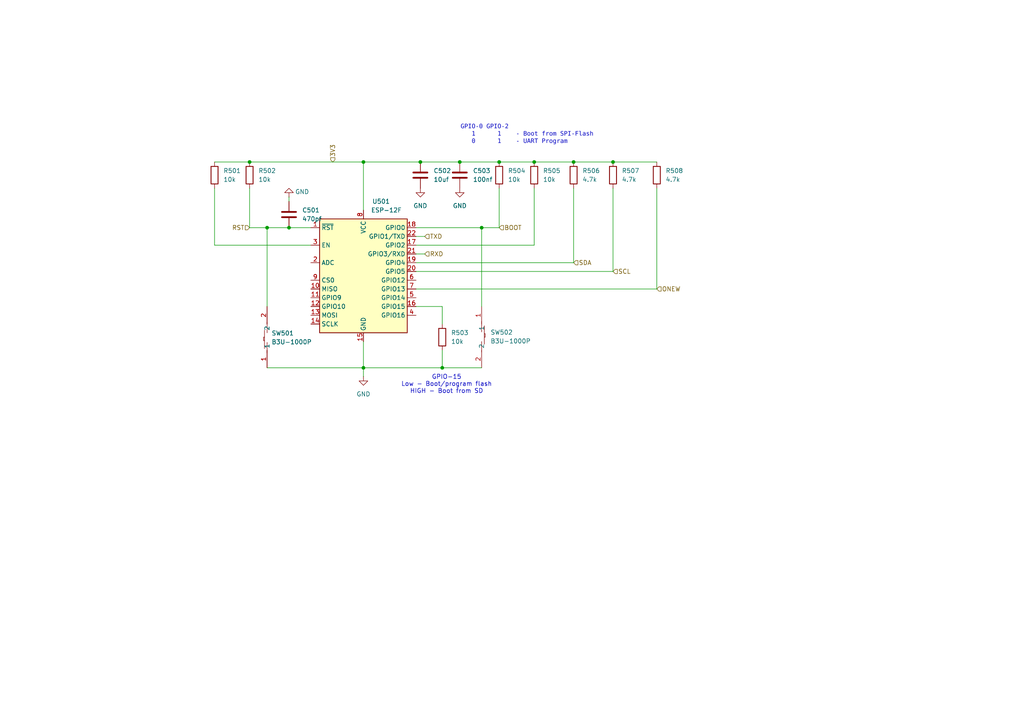
<source format=kicad_sch>
(kicad_sch (version 20231120) (generator "eeschema") (generator_version "8.0")
  (paper "A4")
  (lib_symbols
    (symbol "Device:C" (pin_numbers hide) (pin_names (offset 0.254))
      (property "Reference" "C" (at 0.635 2.54 0))
      (property "Value" "C" (at 0.635 -2.54 0))
      (symbol "C_0_1"
        (polyline (pts (xy -2.032 -0.762) (xy 2.032 -0.762)) (stroke (width 0.508)))
        (polyline (pts (xy -2.032 0.762) (xy 2.032 0.762)) (stroke (width 0.508)))
      )
      (symbol "C_1_1"
        (pin passive line (at 0 3.81 270) (length 2.794) (name "~") (number "1"))
        (pin passive line (at 0 -3.81 90) (length 2.794) (name "~") (number "2"))
      )
    )
    (symbol "Device:R" (pin_numbers hide) (pin_names (offset 0))
      (property "Reference" "R" (at 2.032 0 90))
      (property "Value" "R" (at 0 0 90))
      (symbol "R_0_1"
        (rectangle (start -1.016 -2.54) (end 1.016 2.54) (stroke (width 0.254)))
      )
      (symbol "R_1_1"
        (pin passive line (at 0 3.81 270) (length 1.27) (name "~") (number "1"))
        (pin passive line (at 0 -3.81 90) (length 1.27) (name "~") (number "2"))
      )
    )
    (symbol "RF_Module:ESP-12F"
      (property "Reference" "U" (at -12.7 19.05 0))
      (property "Value" "ESP-12F" (at 12.7 19.05 0))
      (symbol "ESP-12F_0_1"
        (rectangle (start -12.7 17.78) (end 12.7 -15.24) (stroke (width 0.254)) (fill (type background)))
      )
      (symbol "ESP-12F_1_1"
        (pin input line (at -15.24 15.24 0) (length 2.54) (name "~{RST}") (number "1"))
        (pin bidirectional line (at -15.24 -2.54 0) (length 2.54) (name "MISO") (number "10"))
        (pin bidirectional line (at -15.24 -5.08 0) (length 2.54) (name "GPIO9") (number "11"))
        (pin bidirectional line (at -15.24 -7.62 0) (length 2.54) (name "GPIO10") (number "12"))
        (pin bidirectional line (at -15.24 -10.16 0) (length 2.54) (name "MOSI") (number "13"))
        (pin bidirectional line (at -15.24 -12.7 0) (length 2.54) (name "SCLK") (number "14"))
        (pin power_in line (at 0 -17.78 90) (length 2.54) (name "GND") (number "15"))
        (pin bidirectional line (at 15.24 -7.62 180) (length 2.54) (name "GPIO15") (number "16"))
        (pin bidirectional line (at 15.24 10.16 180) (length 2.54) (name "GPIO2") (number "17"))
        (pin bidirectional line (at 15.24 15.24 180) (length 2.54) (name "GPIO0") (number "18"))
        (pin bidirectional line (at 15.24 5.08 180) (length 2.54) (name "GPIO4") (number "19"))
        (pin input line (at -15.24 5.08 0) (length 2.54) (name "ADC") (number "2"))
        (pin bidirectional line (at 15.24 2.54 180) (length 2.54) (name "GPIO5") (number "20"))
        (pin bidirectional line (at 15.24 7.62 180) (length 2.54) (name "GPIO3/RXD") (number "21"))
        (pin bidirectional line (at 15.24 12.7 180) (length 2.54) (name "GPIO1/TXD") (number "22"))
        (pin input line (at -15.24 10.16 0) (length 2.54) (name "EN") (number "3"))
        (pin bidirectional line (at 15.24 -10.16 180) (length 2.54) (name "GPIO16") (number "4"))
        (pin bidirectional line (at 15.24 -5.08 180) (length 2.54) (name "GPIO14") (number "5"))
        (pin bidirectional line (at 15.24 0 180) (length 2.54) (name "GPIO12") (number "6"))
        (pin bidirectional line (at 15.24 -2.54 180) (length 2.54) (name "GPIO13") (number "7"))
        (pin power_in line (at 0 20.32 270) (length 2.54) (name "VCC") (number "8"))
        (pin input line (at -15.24 0 0) (length 2.54) (name "CS0") (number "9"))
      )
    )
    (symbol "easyeda2kicad:B3U-1000P"
      (property "Reference" "SW" (at 0 5.08 0))
      (property "Value" "B3U-1000P" (at 0 -5.08 0))
      (symbol "B3U-1000P_0_1"
        (polyline (pts (xy -5.84 0) (xy -2.79 0)))
        (polyline (pts (xy -4.57 0.76) (xy 0.76 0.76)))
        (polyline (pts (xy 0 0) (xy 3.05 0)))
        (polyline (pts (xy -2.29 0.76) (xy -2.29 1.02) (xy -1.27 1.02) (xy -1.27 0.76)))
        (pin unspecified line (at -10.16 0 0) (length 5.08) (name "1") (number "1"))
        (pin unspecified line (at 7.62 0 180) (length 5.08) (name "2") (number "2"))
      )
    )
    (symbol "power:GND" (power) (pin_numbers hide) (pin_names (offset 0) hide)
      (property "Value" "GND" (at 0 -3.81 0))
      (symbol "GND_0_1"
        (polyline (pts (xy 0 0) (xy 0 -1.27) (xy 1.27 -1.27) (xy 0 -2.54) (xy -1.27 -1.27) (xy 0 -1.27)))
      )
      (symbol "GND_1_1"
        (pin power_in line (at 0 0 270) (length 0) (name "~") (number "1"))
      )
    )
  )
  (junction (at 144.78 46.99))
  (junction (at 83.82 66.04))
  (junction (at 133.35 46.99))
  (junction (at 72.39 46.99))
  (junction (at 166.37 46.99))
  (junction (at 139.7 66.04))
  (junction (at 77.47 66.04))
  (junction (at 105.41 46.99))
  (junction (at 121.92 46.99))
  (junction (at 105.41 106.68))
  (junction (at 154.94 46.99))
  (junction (at 177.8 46.99))
  (junction (at 128.27 106.68))
  (wire (pts (xy 120.65 73.66) (xy 123.19 73.66)))
  (wire (pts (xy 177.8 78.74) (xy 120.65 78.74)))
  (wire (pts (xy 190.5 83.82) (xy 120.65 83.82)))
  (wire (pts (xy 72.39 46.99) (xy 105.41 46.99)))
  (wire (pts (xy 105.41 46.99) (xy 121.92 46.99)))
  (wire (pts (xy 120.65 76.2) (xy 166.37 76.2)))
  (wire (pts (xy 77.47 106.68) (xy 105.41 106.68)))
  (wire (pts (xy 62.23 71.12) (xy 90.17 71.12)))
  (wire (pts (xy 83.82 57.15) (xy 83.82 58.42)))
  (wire (pts (xy 166.37 46.99) (xy 177.8 46.99)))
  (wire (pts (xy 83.82 66.04) (xy 90.17 66.04)))
  (wire (pts (xy 128.27 106.68) (xy 139.7 106.68)))
  (wire (pts (xy 154.94 71.12) (xy 120.65 71.12)))
  (wire (pts (xy 133.35 46.99) (xy 144.78 46.99)))
  (wire (pts (xy 190.5 54.61) (xy 190.5 83.82)))
  (wire (pts (xy 177.8 54.61) (xy 177.8 78.74)))
  (wire (pts (xy 144.78 46.99) (xy 154.94 46.99)))
  (wire (pts (xy 166.37 76.2) (xy 166.37 54.61)))
  (wire (pts (xy 154.94 46.99) (xy 166.37 46.99)))
  (wire (pts (xy 72.39 66.04) (xy 77.47 66.04)))
  (wire (pts (xy 154.94 54.61) (xy 154.94 71.12)))
  (wire (pts (xy 105.41 106.68) (xy 105.41 99.06)))
  (wire (pts (xy 105.41 109.22) (xy 105.41 106.68)))
  (wire (pts (xy 62.23 54.61) (xy 62.23 71.12)))
  (wire (pts (xy 128.27 101.6) (xy 128.27 106.68)))
  (wire (pts (xy 177.8 46.99) (xy 190.5 46.99)))
  (wire (pts (xy 77.47 66.04) (xy 83.82 66.04)))
  (wire (pts (xy 105.41 46.99) (xy 105.41 60.96)))
  (wire (pts (xy 123.19 68.58) (xy 120.65 68.58)))
  (wire (pts (xy 128.27 93.98) (xy 128.27 88.9)))
  (wire (pts (xy 105.41 106.68) (xy 128.27 106.68)))
  (wire (pts (xy 77.47 66.04) (xy 77.47 88.9)))
  (wire (pts (xy 121.92 46.99) (xy 133.35 46.99)))
  (wire (pts (xy 62.23 46.99) (xy 72.39 46.99)))
  (wire (pts (xy 128.27 88.9) (xy 120.65 88.9)))
  (wire (pts (xy 72.39 54.61) (xy 72.39 66.04)))
  (wire (pts (xy 144.78 54.61) (xy 144.78 66.04)))
  (wire (pts (xy 139.7 66.04) (xy 139.7 88.9)))
  (wire (pts (xy 139.7 66.04) (xy 120.65 66.04)))
  (wire (pts (xy 144.78 66.04) (xy 139.7 66.04)))
  (text "GPIO-15\nLow - Boot/program flash\nHIGH - Boot from SD" (at 129.54 111.506 0) (effects (font (size 1.27 1.27))))
  (text "GPIO-0 GPIO-2\n   1      1    - Boot from SPI-Flash\n   0      1    - UART Program" (at 133.604 39.37 0) (effects (font (size 1.27 1.27)) (justify left)))
  (hierarchical_label "TXD" (shape input) (at 123.19 68.58 0))
  (hierarchical_label "BOOT" (shape input) (at 144.78 66.04 0))
  (hierarchical_label "ONEW" (shape input) (at 190.5 83.82 0))
  (hierarchical_label "RXD" (shape input) (at 123.19 73.66 0))
  (hierarchical_label "RST" (shape input) (at 72.39 66.04 180))
  (hierarchical_label "3V3" (shape input) (at 96.52 46.99 90))
  (hierarchical_label "SDA" (shape input) (at 166.37 76.2 0))
  (hierarchical_label "SCL" (shape input) (at 177.8 78.74 0))
  (symbol (lib_id "Device:C") (at 83.82 62.23 0) (unit 1)
    (property "Reference" "C501" (at 87.63 60.9599 0) (effects (justify left)))
    (property "Value" "470pf" (at 87.63 63.4999 0) (effects (justify left)))
    (property "Footprint" "Capacitor_SMD:C_0603_1608Metric" (effects (hide yes)))
    (property "Description" "Unpolarized capacitor" (effects (hide yes)))
  )
  (symbol (lib_id "easyeda2kicad:B3U-1000P") (at 139.7 99.06 270) (unit 1)
    (property "Reference" "SW502" (at 142.24 96.3949 90) (effects (justify left)))
    (property "Value" "B3U-1000P" (at 142.24 98.9349 90) (effects (justify left)))
    (property "Footprint" "easyeda2kicad:KEY-SMD_B3U-1000PM" (effects (hide yes)))
    (property "Datasheet" "https://lcsc.com/product-detail/Others_Omron-Electronics_B3U-1000P_Omron-Electronics-B3U-1000P_C231329.html" (effects (hide yes)))
    (property "LCSC Part" "C231329" (effects (hide yes)))
  )
  (symbol (lib_id "Device:R") (at 166.37 50.8 0) (unit 1)
    (property "Reference" "R506" (at 168.91 49.5299 0) (effects (justify left)))
    (property "Value" "4.7k" (at 168.91 52.0699 0) (effects (justify left)))
    (property "Footprint" "Resistor_SMD:R_0603_1608Metric" (effects (hide yes)))
    (property "Description" "Resistor" (effects (hide yes)))
  )
  (symbol (lib_id "Device:R") (at 128.27 97.79 0) (unit 1)
    (property "Reference" "R503" (at 130.81 96.5199 0) (effects (justify left)))
    (property "Value" "10k" (at 130.81 99.0599 0) (effects (justify left)))
    (property "Footprint" "Resistor_SMD:R_0603_1608Metric" (effects (hide yes)))
    (property "Description" "Resistor" (effects (hide yes)))
  )
  (symbol (lib_id "power:GND") (at 133.35 54.61 0) (unit 1)
    (property "Reference" "#PWR0504" (effects (hide yes)))
    (property "Value" "GND" (at 133.35 59.69 0))
    (property "Description" "Power symbol creates a global label with name \"GND\" , ground" (effects (hide yes)))
  )
  (symbol (lib_id "power:GND") (at 121.92 54.61 0) (unit 1)
    (property "Reference" "#PWR0503" (effects (hide yes)))
    (property "Value" "GND" (at 121.92 59.69 0))
    (property "Description" "Power symbol creates a global label with name \"GND\" , ground" (effects (hide yes)))
  )
  (symbol (lib_id "Device:R") (at 154.94 50.8 0) (unit 1)
    (property "Reference" "R505" (at 157.48 49.5299 0) (effects (justify left)))
    (property "Value" "10k" (at 157.48 52.0699 0) (effects (justify left)))
    (property "Footprint" "Resistor_SMD:R_0603_1608Metric" (effects (hide yes)))
    (property "Description" "Resistor" (effects (hide yes)))
  )
  (symbol (lib_id "Device:R") (at 62.23 50.8 0) (unit 1)
    (property "Reference" "R501" (at 64.77 49.5299 0) (effects (justify left)))
    (property "Value" "10k" (at 64.77 52.0699 0) (effects (justify left)))
    (property "Footprint" "Resistor_SMD:R_0603_1608Metric" (effects (hide yes)))
    (property "Description" "Resistor" (effects (hide yes)))
  )
  (symbol (lib_id "Device:C") (at 121.92 50.8 0) (unit 1)
    (property "Reference" "C502" (at 125.73 49.5299 0) (effects (justify left)))
    (property "Value" "10uf" (at 125.73 52.0699 0) (effects (justify left)))
    (property "Footprint" "Capacitor_SMD:C_0603_1608Metric" (effects (hide yes)))
    (property "Description" "Unpolarized capacitor" (effects (hide yes)))
  )
  (symbol (lib_id "Device:C") (at 133.35 50.8 0) (unit 1)
    (property "Reference" "C503" (at 137.16 49.5299 0) (effects (justify left)))
    (property "Value" "100nf" (at 137.16 52.0699 0) (effects (justify left)))
    (property "Footprint" "Capacitor_SMD:C_0603_1608Metric" (effects (hide yes)))
    (property "Description" "Unpolarized capacitor" (effects (hide yes)))
  )
  (symbol (lib_id "easyeda2kicad:B3U-1000P") (at 77.47 96.52 90) (unit 1)
    (property "Reference" "SW501" (at 78.74 96.6449 90) (effects (justify right)))
    (property "Value" "B3U-1000P" (at 78.74 99.1849 90) (effects (justify right)))
    (property "Footprint" "easyeda2kicad:KEY-SMD_B3U-1000PM" (effects (hide yes)))
    (property "Datasheet" "https://lcsc.com/product-detail/Others_Omron-Electronics_B3U-1000P_Omron-Electronics-B3U-1000P_C231329.html" (effects (hide yes)))
    (property "LCSC Part" "C231329" (effects (hide yes)))
  )
  (symbol (lib_id "Device:R") (at 72.39 50.8 0) (unit 1)
    (property "Reference" "R502" (at 74.93 49.5299 0) (effects (justify left)))
    (property "Value" "10k" (at 74.93 52.0699 0) (effects (justify left)))
    (property "Footprint" "Resistor_SMD:R_0603_1608Metric" (effects (hide yes)))
    (property "Description" "Resistor" (effects (hide yes)))
  )
  (symbol (lib_id "power:GND") (at 105.41 109.22 0) (unit 1)
    (property "Reference" "#PWR0502" (effects (hide yes)))
    (property "Value" "GND" (at 105.41 114.3 0))
    (property "Description" "Power symbol creates a global label with name \"GND\" , ground" (effects (hide yes)))
  )
  (symbol (lib_id "Device:R") (at 144.78 50.8 0) (unit 1)
    (property "Reference" "R504" (at 147.32 49.5299 0) (effects (justify left)))
    (property "Value" "10k" (at 147.32 52.0699 0) (effects (justify left)))
    (property "Footprint" "Resistor_SMD:R_0603_1608Metric" (effects (hide yes)))
    (property "Description" "Resistor" (effects (hide yes)))
  )
  (symbol (lib_id "RF_Module:ESP-12F") (at 105.41 81.28 0) (unit 1)
    (property "Reference" "U501" (at 107.95 58.42 0) (effects (justify left)))
    (property "Value" "ESP-12F" (at 107.6041 60.96 0) (effects (justify left)))
    (property "Footprint" "RF_Module:ESP-12E" (effects (hide yes)))
    (property "Datasheet" "http://wiki.ai-thinker.com/_media/esp8266/esp8266_series_modules_user_manual_v1.1.pdf" (effects (hide yes)))
    (property "Description" "802.11 b/g/n Wi-Fi Module" (effects (hide yes)))
  )
  (symbol (lib_id "Device:R") (at 177.8 50.8 0) (unit 1)
    (property "Reference" "R507" (at 180.34 49.5299 0) (effects (justify left)))
    (property "Value" "4.7k" (at 180.34 52.0699 0) (effects (justify left)))
    (property "Footprint" "Resistor_SMD:R_0603_1608Metric" (effects (hide yes)))
    (property "Description" "Resistor" (effects (hide yes)))
  )
  (symbol (lib_id "power:GND") (at 83.82 57.15 180) (unit 1)
    (property "Reference" "#PWR0501" (effects (hide yes)))
    (property "Value" "GND" (at 87.63 55.626 0))
    (property "Description" "Power symbol creates a global label with name \"GND\" , ground" (effects (hide yes)))
  )
  (symbol (lib_id "Device:R") (at 190.5 50.8 0) (unit 1)
    (property "Reference" "R508" (at 193.04 49.5299 0) (effects (justify left)))
    (property "Value" "4.7k" (at 193.04 52.0699 0) (effects (justify left)))
    (property "Footprint" "Resistor_SMD:R_0603_1608Metric" (effects (hide yes)))
    (property "Description" "Resistor" (effects (hide yes)))
  )
)
</source>
